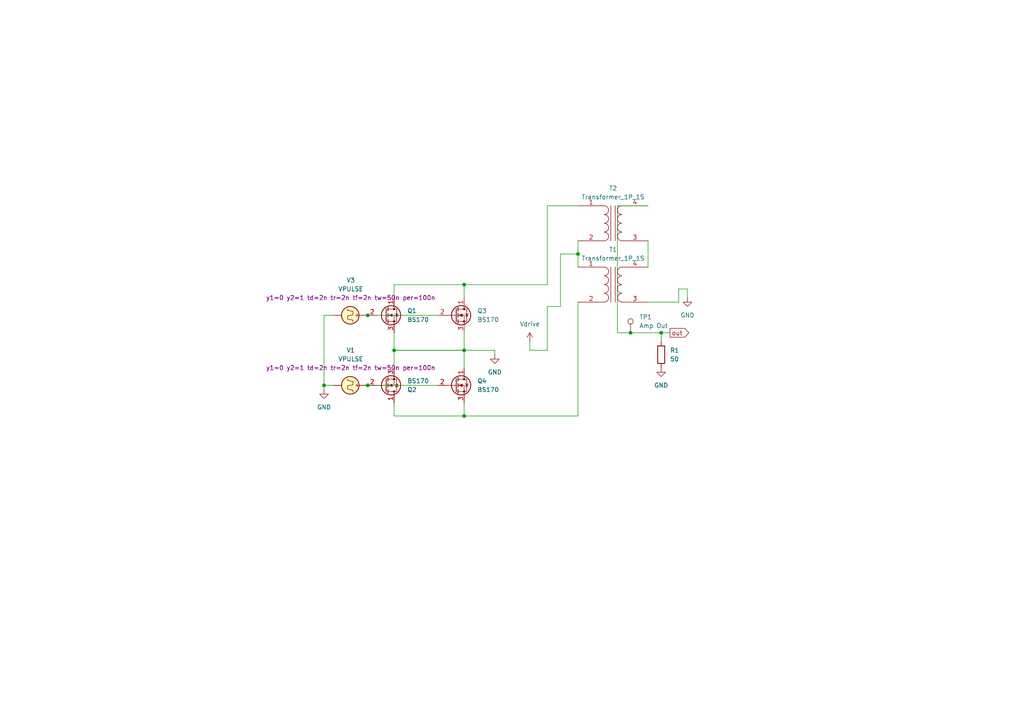
<source format=kicad_sch>
(kicad_sch (version 20231120) (generator "eeschema") (generator_version "8.0")
  (paper "A4")
  (lib_symbols
    (symbol "Connector:TestPoint" (pin_numbers hide) (pin_names (offset 0.762) hide)
      (property "Reference" "TP" (at 0 6.858 0))
      (property "Value" "TestPoint" (at 0 5.08 0))
      (symbol "TestPoint_0_1"
        (circle (center 0 3.302) (radius 0.762))
      )
      (symbol "TestPoint_1_1"
        (pin passive line (at 0 0 90) (length 2.54) (name "1") (number "1"))
      )
    )
    (symbol "Device:R" (pin_numbers hide) (pin_names (offset 0))
      (property "Reference" "R" (at 2.032 0 90))
      (property "Value" "R" (at 0 0 90))
      (symbol "R_0_1"
        (rectangle (start -1.016 -2.54) (end 1.016 2.54) (stroke (width 0.254)))
      )
      (symbol "R_1_1"
        (pin passive line (at 0 3.81 270) (length 1.27) (name "~") (number "1"))
        (pin passive line (at 0 -3.81 90) (length 1.27) (name "~") (number "2"))
      )
    )
    (symbol "Device:Transformer_1P_1S" (pin_names (offset 1.016) hide)
      (property "Reference" "T" (at 0 6.35 0))
      (property "Value" "Transformer_1P_1S" (at 0 -7.62 0))
      (symbol "Transformer_1P_1S_0_1"
        (arc (start -2.54 -5.0546) (mid -1.6599 -4.6901) (end -1.27 -3.81))
        (arc (start -2.54 -2.5146) (mid -1.6599 -2.1501) (end -1.27 -1.27))
        (arc (start -2.54 0.0254) (mid -1.6599 0.3899) (end -1.27 1.27))
        (arc (start -2.54 2.5654) (mid -1.6599 2.9299) (end -1.27 3.81))
        (arc (start -1.27 -3.81) (mid -1.642 -2.912) (end -2.54 -2.54))
        (arc (start -1.27 -1.27) (mid -1.642 -0.372) (end -2.54 0))
        (arc (start -1.27 1.27) (mid -1.642 2.168) (end -2.54 2.54))
        (arc (start -1.27 3.81) (mid -1.642 4.708) (end -2.54 5.08))
        (polyline (pts (xy -0.635 5.08) (xy -0.635 -5.08)))
        (polyline (pts (xy 0.635 -5.08) (xy 0.635 5.08)))
        (arc (start 1.2954 -1.27) (mid 1.6599 -2.1501) (end 2.54 -2.5146))
        (arc (start 1.2954 1.27) (mid 1.6599 0.3899) (end 2.54 0.0254))
        (arc (start 1.2954 3.81) (mid 1.6599 2.9299) (end 2.54 2.5654))
        (arc (start 1.3208 -3.81) (mid 1.6853 -4.6901) (end 2.5654 -5.0546))
        (arc (start 2.54 0) (mid 1.642 -0.372) (end 1.2954 -1.27))
        (arc (start 2.54 2.54) (mid 1.642 2.168) (end 1.2954 1.27))
        (arc (start 2.54 5.08) (mid 1.642 4.708) (end 1.2954 3.81))
        (arc (start 2.5654 -2.54) (mid 1.6674 -2.912) (end 1.3208 -3.81))
      )
      (symbol "Transformer_1P_1S_1_1"
        (pin passive line (at -10.16 5.08 0) (length 7.62) (name "AA") (number "1"))
        (pin passive line (at -10.16 -5.08 0) (length 7.62) (name "AB") (number "2"))
        (pin passive line (at 10.16 -5.08 180) (length 7.62) (name "SA") (number "3"))
        (pin passive line (at 10.16 5.08 180) (length 7.62) (name "SB") (number "4"))
      )
    )
    (symbol "Simulation_SPICE:VPULSE" (pin_numbers hide) (pin_names (offset 0.0254))
      (property "Reference" "V" (at 2.54 2.54 0))
      (property "Value" "VPULSE" (at 2.54 0 0))
      (property "Sim.Params" "y1=0 y2=1 td=2n tr=2n tf=2n tw=50n per=100n" (at 2.54 -2.54 0))
      (symbol "VPULSE_0_0"
        (polyline (pts (xy -2.032 -0.762) (xy -1.397 -0.762) (xy -1.143 0.762) (xy -0.127 0.762) (xy 0.127 -0.762) (xy 1.143 -0.762) (xy 1.397 0.762) (xy 2.032 0.762)))
        (text "+" (at 0 1.905 0) (effects (font (size 1.27 1.27))))
      )
      (symbol "VPULSE_0_1"
        (circle (center 0 0) (radius 2.54) (stroke (width 0.254)) (fill (type background)))
      )
      (symbol "VPULSE_1_1"
        (pin passive line (at 0 5.08 270) (length 2.54) (name "~") (number "1"))
        (pin passive line (at 0 -5.08 90) (length 2.54) (name "~") (number "2"))
      )
    )
    (symbol "Transistor_FET:BS170" (pin_names hide)
      (property "Reference" "Q" (at 5.08 1.905 0))
      (property "Value" "BS170" (at 5.08 0 0))
      (symbol "BS170_0_1"
        (polyline (pts (xy 0.254 0) (xy -2.54 0)))
        (polyline (pts (xy 0.254 1.905) (xy 0.254 -1.905)) (stroke (width 0.254)))
        (polyline (pts (xy 0.762 -1.27) (xy 0.762 -2.286)) (stroke (width 0.254)))
        (polyline (pts (xy 0.762 0.508) (xy 0.762 -0.508)) (stroke (width 0.254)))
        (polyline (pts (xy 0.762 2.286) (xy 0.762 1.27)) (stroke (width 0.254)))
        (polyline (pts (xy 2.54 2.54) (xy 2.54 1.778)))
        (polyline (pts (xy 2.54 -2.54) (xy 2.54 0) (xy 0.762 0)))
        (polyline (pts (xy 0.762 -1.778) (xy 3.302 -1.778) (xy 3.302 1.778) (xy 0.762 1.778)))
        (polyline (pts (xy 1.016 0) (xy 2.032 0.381) (xy 2.032 -0.381) (xy 1.016 0)) (fill (type outline)))
        (polyline (pts (xy 2.794 0.508) (xy 2.921 0.381) (xy 3.683 0.381) (xy 3.81 0.254)))
        (polyline (pts (xy 3.302 0.381) (xy 2.921 -0.254) (xy 3.683 -0.254) (xy 3.302 0.381)))
        (circle (center 1.651 0) (radius 2.794) (stroke (width 0.254)))
        (circle (center 2.54 -1.778) (radius 0.254) (fill (type outline)))
        (circle (center 2.54 1.778) (radius 0.254) (fill (type outline)))
      )
      (symbol "BS170_1_1"
        (pin passive line (at 2.54 5.08 270) (length 2.54) (name "D") (number "1"))
        (pin input line (at -5.08 0 0) (length 2.54) (name "G") (number "2"))
        (pin passive line (at 2.54 -5.08 90) (length 2.54) (name "S") (number "3"))
      )
    )
    (symbol "power:GND" (power) (pin_numbers hide) (pin_names (offset 0) hide)
      (property "Value" "GND" (at 0 -3.81 0))
      (symbol "GND_0_1"
        (polyline (pts (xy 0 0) (xy 0 -1.27) (xy 1.27 -1.27) (xy 0 -2.54) (xy -1.27 -1.27) (xy 0 -1.27)))
      )
      (symbol "GND_1_1"
        (pin power_in line (at 0 0 270) (length 0) (name "~") (number "1"))
      )
    )
    (symbol "power:Vdrive" (power) (pin_numbers hide) (pin_names (offset 0) hide)
      (property "Value" "Vdrive" (at 0 3.556 0))
      (symbol "Vdrive_0_1"
        (polyline (pts (xy -0.762 1.27) (xy 0 2.54)))
        (polyline (pts (xy 0 0) (xy 0 2.54)))
        (polyline (pts (xy 0 2.54) (xy 0.762 1.27)))
      )
      (symbol "Vdrive_1_1"
        (pin power_in line (at 0 0 90) (length 0) (name "~") (number "1"))
      )
    )
  )
  (junction (at 191.77 96.52))
  (junction (at 106.68 111.76))
  (junction (at 134.62 120.65))
  (junction (at 93.98 111.76))
  (junction (at 134.62 101.6))
  (junction (at 182.88 96.52))
  (junction (at 167.64 73.66))
  (junction (at 106.68 91.44))
  (junction (at 114.3 101.6))
  (junction (at 134.62 82.55))
  (wire (pts (xy 134.62 116.84) (xy 134.62 120.65)))
  (wire (pts (xy 158.75 101.6) (xy 153.67 101.6)))
  (wire (pts (xy 187.96 87.63) (xy 196.85 87.63)))
  (wire (pts (xy 179.07 96.52) (xy 182.88 96.52)))
  (wire (pts (xy 179.07 59.69) (xy 179.07 96.52)))
  (wire (pts (xy 93.98 113.03) (xy 93.98 111.76)))
  (wire (pts (xy 114.3 96.52) (xy 114.3 101.6)))
  (wire (pts (xy 158.75 59.69) (xy 167.64 59.69)))
  (wire (pts (xy 158.75 82.55) (xy 158.75 59.69)))
  (wire (pts (xy 93.98 91.44) (xy 96.52 91.44)))
  (wire (pts (xy 106.68 111.76) (xy 127 111.76)))
  (wire (pts (xy 134.62 120.65) (xy 167.64 120.65)))
  (wire (pts (xy 114.3 82.55) (xy 114.3 86.36)))
  (wire (pts (xy 191.77 96.52) (xy 194.31 96.52)))
  (wire (pts (xy 143.51 101.6) (xy 143.51 102.87)))
  (wire (pts (xy 196.85 87.63) (xy 196.85 83.82)))
  (wire (pts (xy 134.62 101.6) (xy 134.62 106.68)))
  (wire (pts (xy 162.56 73.66) (xy 167.64 73.66)))
  (wire (pts (xy 191.77 99.06) (xy 191.77 96.52)))
  (wire (pts (xy 106.68 91.44) (xy 127 91.44)))
  (wire (pts (xy 134.62 82.55) (xy 158.75 82.55)))
  (wire (pts (xy 167.64 120.65) (xy 167.64 87.63)))
  (wire (pts (xy 134.62 82.55) (xy 134.62 86.36)))
  (wire (pts (xy 187.96 69.85) (xy 187.96 77.47)))
  (wire (pts (xy 93.98 111.76) (xy 96.52 111.76)))
  (wire (pts (xy 179.07 59.69) (xy 187.96 59.69)))
  (wire (pts (xy 114.3 101.6) (xy 114.3 106.68)))
  (wire (pts (xy 167.64 73.66) (xy 167.64 77.47)))
  (wire (pts (xy 114.3 101.6) (xy 134.62 101.6)) (stroke (width 0.2)))
  (wire (pts (xy 162.56 88.9) (xy 162.56 73.66)))
  (wire (pts (xy 158.75 101.6) (xy 158.75 88.9)))
  (wire (pts (xy 114.3 120.65) (xy 134.62 120.65)))
  (wire (pts (xy 182.88 96.52) (xy 191.77 96.52)))
  (wire (pts (xy 153.67 101.6) (xy 153.67 99.06)))
  (wire (pts (xy 199.39 86.36) (xy 199.39 83.82)))
  (wire (pts (xy 167.64 69.85) (xy 167.64 73.66)))
  (wire (pts (xy 158.75 88.9) (xy 162.56 88.9)))
  (wire (pts (xy 114.3 120.65) (xy 114.3 116.84)))
  (wire (pts (xy 199.39 83.82) (xy 196.85 83.82)))
  (wire (pts (xy 93.98 111.76) (xy 93.98 91.44)))
  (wire (pts (xy 134.62 101.6) (xy 143.51 101.6)))
  (wire (pts (xy 114.3 82.55) (xy 134.62 82.55)))
  (wire (pts (xy 134.62 96.52) (xy 134.62 101.6)))
  (global_label "out" (shape output) (at 194.31 96.52 0) (property "Intersheetrefs" "${INTERSHEET_REFS}" (effects (hide yes))))
  (symbol (lib_id "Device:Transformer_1P_1S") (at 177.8 82.55 0) (unit 1)
    (property "Reference" "T1" (at 177.8127 72.39 0))
    (property "Value" "Transformer_1P_1S" (at 177.8127 74.93 0))
    (property "Description" "Transformer, single primary, single secondary" (effects (hide yes)))
    (property "Sim.Device" "K" (effects (hide yes)))
    (property "Sim.Params" "l1=0.0001 l2=0.0001 k=0.95" (effects (hide yes)))
  )
  (symbol (lib_id "Device:R") (at 191.77 102.87 0) (unit 1)
    (property "Reference" "R1" (at 194.31 101.5999 0) (effects (justify left)))
    (property "Value" "50" (at 194.31 104.1399 0) (effects (justify left)))
    (property "Description" "Resistor" (effects (hide yes)))
  )
  (symbol (lib_id "power:Vdrive") (at 153.67 99.06 0) (unit 1)
    (property "Reference" "#PWR03" (effects (hide yes)))
    (property "Value" "Vdrive" (at 153.67 93.98 0))
    (property "Description" "Power symbol creates a global label with name \"Vdrive\"" (effects (hide yes)))
  )
  (symbol (lib_id "Simulation_SPICE:VPULSE") (at 101.6 111.76 270) (unit 1)
    (property "Reference" "V1" (at 101.7298 101.6 90))
    (property "Value" "VPULSE" (at 101.7298 104.14 90))
    (property "Datasheet" "https://ngspice.sourceforge.io/docs/ngspice-html-manual/manual.xhtml#sec_Independent_Sources_for" (effects (hide yes)))
    (property "Description" "Voltage source, pulse" (effects (hide yes)))
    (property "Sim.Pins" "1=+ 2=-" (effects (hide yes)))
    (property "Sim.Type" "PULSE" (effects (hide yes)))
    (property "Sim.Device" "V" (effects (hide yes)))
    (property "Sim.Params" "y1=0 y2=1 td=2n tr=2n tf=2n tw=50n per=100n" (at 101.7298 106.68 90))
  )
  (symbol (lib_id "Transistor_FET:BS170") (at 111.76 91.44 0) (unit 1)
    (property "Reference" "Q1" (at 118.11 90.1699 0) (effects (justify left)))
    (property "Value" "BS170" (at 118.11 92.7099 0) (effects (justify left)))
    (property "Datasheet" "https://www.onsemi.com/pub/Collateral/BS170-D.PDF" (effects (hide yes)))
    (property "Description" "0.5A Id, 60V Vds, N-Channel MOSFET, TO-92" (effects (hide yes)))
    (property "Sim.Device" "SPICE" (effects (hide yes)))
    (property "Sim.Params" "model=\".model BS170 VDMOS VTO=1.824 RG=270 RS=1.572 RD=1.436 RB=.768 KP=.1233 Cgdmax=20p Cgdmin=3p CGS=28p Cjo=35p Rds=1.2E8 IS=5p Bv=60 Ibv=10u Tt=161.6n\"" (effects (hide yes)))
  )
  (symbol (lib_id "Transistor_FET:BS170") (at 111.76 111.76 0) (mirror x) (unit 1)
    (property "Reference" "Q2" (at 118.11 113.0301 0) (effects (justify left)))
    (property "Value" "BS170" (at 118.11 110.4901 0) (effects (justify left)))
    (property "Datasheet" "https://www.onsemi.com/pub/Collateral/BS170-D.PDF" (effects (hide yes)))
    (property "Description" "0.5A Id, 60V Vds, N-Channel MOSFET, TO-92" (effects (hide yes)))
    (property "Sim.Device" "SPICE" (effects (hide yes)))
    (property "Sim.Params" "model=\".model BS170 VDMOS VTO=1.824 RG=270 RS=1.572 RD=1.436 RB=.768 KP=.1233 Cgdmax=20p Cgdmin=3p CGS=28p Cjo=35p Rds=1.2E8 IS=5p Bv=60 Ibv=10u Tt=161.6n\"" (effects (hide yes)))
  )
  (symbol (lib_id "Transistor_FET:BS170") (at 132.08 91.44 0) (unit 1)
    (property "Reference" "Q3" (at 138.43 90.1699 0) (effects (justify left)))
    (property "Value" "BS170" (at 138.43 92.7099 0) (effects (justify left)))
    (property "Datasheet" "https://www.onsemi.com/pub/Collateral/BS170-D.PDF" (effects (hide yes)))
    (property "Description" "0.5A Id, 60V Vds, N-Channel MOSFET, TO-92" (effects (hide yes)))
    (property "Sim.Device" "SPICE" (effects (hide yes)))
    (property "Sim.Params" "model=\".model BS170 VDMOS VTO=1.824 RG=270 RS=1.572 RD=1.436 RB=.768 KP=.1233 Cgdmax=20p Cgdmin=3p CGS=28p Cjo=35p Rds=1.2E8 IS=5p Bv=60 Ibv=10u Tt=161.6n\"" (effects (hide yes)))
  )
  (symbol (lib_id "power:GND") (at 143.51 102.87 0) (unit 1)
    (property "Reference" "#PWR02" (effects (hide yes)))
    (property "Value" "GND" (at 143.51 107.95 0))
    (property "Description" "Power symbol creates a global label with name \"GND\" , ground" (effects (hide yes)))
  )
  (symbol (lib_id "power:GND") (at 199.39 86.36 0) (unit 1)
    (property "Reference" "#PWR04" (effects (hide yes)))
    (property "Value" "GND" (at 199.39 91.44 0))
    (property "Description" "Power symbol creates a global label with name \"GND\" , ground" (effects (hide yes)))
  )
  (symbol (lib_id "Transistor_FET:BS170") (at 132.08 111.76 0) (unit 1)
    (property "Reference" "Q4" (at 138.43 110.4899 0) (effects (justify left)))
    (property "Value" "BS170" (at 138.43 113.0299 0) (effects (justify left)))
    (property "Datasheet" "https://www.onsemi.com/pub/Collateral/BS170-D.PDF" (effects (hide yes)))
    (property "Description" "0.5A Id, 60V Vds, N-Channel MOSFET, TO-92" (effects (hide yes)))
    (property "Sim.Device" "SPICE" (effects (hide yes)))
    (property "Sim.Params" "model=\".model BS170 VDMOS VTO=1.824 RG=270 RS=1.572 RD=1.436 RB=.768 KP=.1233 Cgdmax=20p Cgdmin=3p CGS=28p Cjo=35p Rds=1.2E8 IS=5p Bv=60 Ibv=10u Tt=161.6n\"" (effects (hide yes)))
  )
  (symbol (lib_id "Connector:TestPoint") (at 182.88 96.52 0) (unit 1) (exclude_from_sim yes)
    (property "Reference" "TP1" (at 185.42 91.9479 0) (effects (justify left)))
    (property "Value" "Amp Out" (at 185.42 94.4879 0) (effects (justify left)))
    (property "Description" "test point" (effects (hide yes)))
  )
  (symbol (lib_id "power:GND") (at 93.98 113.03 0) (unit 1)
    (property "Reference" "#PWR01" (effects (hide yes)))
    (property "Value" "GND" (at 93.98 118.11 0))
    (property "Description" "Power symbol creates a global label with name \"GND\" , ground" (effects (hide yes)))
  )
  (symbol (lib_id "power:GND") (at 191.77 106.68 0) (unit 1)
    (property "Reference" "#PWR05" (effects (hide yes)))
    (property "Value" "GND" (at 191.77 111.76 0))
    (property "Description" "Power symbol creates a global label with name \"GND\" , ground" (effects (hide yes)))
  )
  (symbol (lib_id "Device:Transformer_1P_1S") (at 177.8 64.77 0) (unit 1)
    (property "Reference" "T2" (at 177.8127 54.61 0))
    (property "Value" "Transformer_1P_1S" (at 177.8127 57.15 0))
    (property "Description" "Transformer, single primary, single secondary" (effects (hide yes)))
    (property "Sim.Device" "K" (effects (hide yes)))
    (property "Sim.Params" "l1=0.0001 l2=0.0001 k=0.95" (effects (hide yes)))
  )
  (symbol (lib_id "Simulation_SPICE:VPULSE") (at 101.6 91.44 270) (unit 1)
    (property "Reference" "V3" (at 101.7298 81.28 90))
    (property "Value" "VPULSE" (at 101.7298 83.82 90))
    (property "Datasheet" "https://ngspice.sourceforge.io/docs/ngspice-html-manual/manual.xhtml#sec_Independent_Sources_for" (effects (hide yes)))
    (property "Description" "Voltage source, pulse" (effects (hide yes)))
    (property "Sim.Pins" "1=+ 2=-" (effects (hide yes)))
    (property "Sim.Type" "PULSE" (effects (hide yes)))
    (property "Sim.Device" "V" (effects (hide yes)))
    (property "Sim.Params" "y1=0 y2=1 td=2n tr=2n tf=2n tw=50n per=100n" (at 101.7298 86.36 90))
  )
)
</source>
